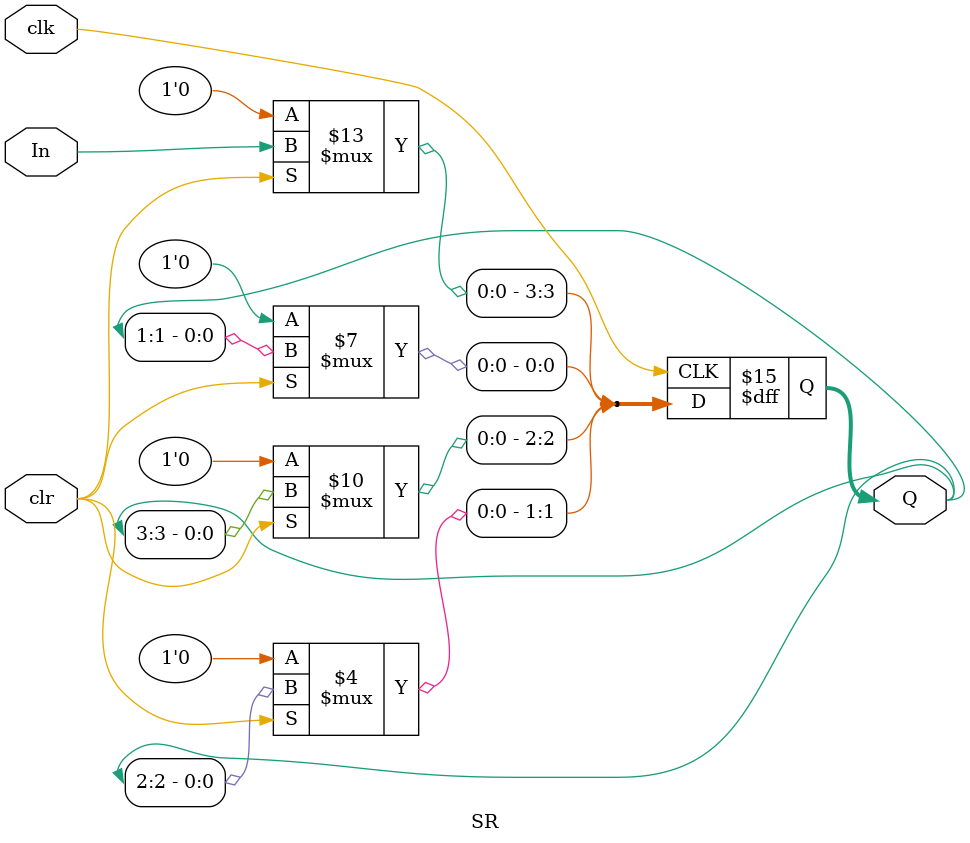
<source format=v>
`timescale 1ns/1ps

module SR(
  input clk,In,clr,
  output reg [3:0]Q);
   
  always @(posedge clk)
    begin
      if(!clr)
        begin
          Q <= 4'b0000;
        end
      else
        begin
        Q[3] <= In;
        Q[2] <= Q[3];
        Q[1] <= Q[2];
        Q[0] <= Q[1];
        end
     end 
endmodule

</source>
